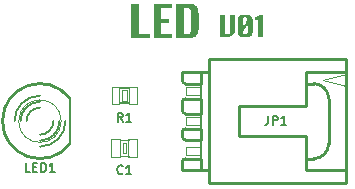
<source format=gto>
G04 (created by PCBNEW (2013-07-07 BZR 4022)-stable) date 2015/2/26 10:28:25*
%MOIN*%
G04 Gerber Fmt 3.4, Leading zero omitted, Abs format*
%FSLAX34Y34*%
G01*
G70*
G90*
G04 APERTURE LIST*
%ADD10C,0.00590551*%
%ADD11C,0.0026*%
%ADD12C,0.01*%
%ADD13C,0.005*%
%ADD14C,0.002*%
%ADD15C,0.006*%
%ADD16C,0.0001*%
%ADD17C,0.004*%
%ADD18C,0.008*%
%ADD19C,0.003*%
G04 APERTURE END LIST*
G54D10*
G54D11*
X24559Y-14229D02*
X24559Y-14479D01*
X24559Y-14479D02*
X25059Y-14479D01*
X25059Y-14229D02*
X25059Y-14479D01*
X24559Y-14229D02*
X25059Y-14229D01*
X24559Y-15229D02*
X24559Y-15479D01*
X24559Y-15479D02*
X25059Y-15479D01*
X25059Y-15229D02*
X25059Y-15479D01*
X24559Y-15229D02*
X25059Y-15229D01*
X24559Y-16229D02*
X24559Y-16479D01*
X24559Y-16479D02*
X25059Y-16479D01*
X25059Y-16229D02*
X25059Y-16479D01*
X24559Y-16229D02*
X25059Y-16229D01*
G54D12*
X29871Y-17416D02*
X29871Y-16979D01*
X29871Y-16979D02*
X29871Y-13292D01*
X29871Y-13292D02*
X25309Y-13292D01*
X28559Y-14854D02*
X26309Y-14854D01*
X26309Y-14854D02*
X26309Y-15854D01*
X26309Y-15854D02*
X28559Y-15854D01*
X29871Y-13729D02*
X28559Y-13729D01*
X28559Y-13729D02*
X28559Y-14104D01*
X28559Y-14104D02*
X28559Y-14854D01*
X28559Y-15854D02*
X28559Y-16604D01*
X28559Y-16604D02*
X28559Y-16979D01*
X28559Y-16979D02*
X29871Y-16979D01*
X28559Y-14104D02*
X28809Y-14104D01*
X29309Y-14604D02*
X29309Y-16104D01*
X28809Y-16604D02*
X28559Y-16604D01*
X25309Y-13292D02*
X25309Y-17416D01*
X25309Y-17416D02*
X29871Y-17416D01*
X25309Y-13729D02*
X25059Y-13729D01*
X25059Y-13729D02*
X24434Y-13729D01*
X25059Y-13729D02*
X25059Y-14104D01*
G54D13*
X25059Y-14104D02*
X25059Y-14604D01*
G54D12*
X25059Y-14604D02*
X25059Y-15104D01*
G54D13*
X25059Y-15104D02*
X25059Y-15604D01*
G54D12*
X25059Y-15604D02*
X25059Y-15979D01*
X25059Y-14104D02*
X24534Y-14104D01*
X24434Y-14004D02*
X24434Y-13729D01*
X25059Y-14604D02*
X24534Y-14604D01*
X25059Y-15104D02*
X24534Y-15104D01*
X24434Y-15004D02*
X24434Y-14704D01*
X25059Y-15604D02*
X24534Y-15604D01*
X24434Y-15704D02*
X24434Y-15879D01*
X24534Y-15979D02*
X25059Y-15979D01*
X24434Y-16979D02*
X25059Y-16979D01*
X25059Y-16979D02*
X25309Y-16979D01*
G54D13*
X25059Y-15979D02*
X25059Y-16604D01*
G54D12*
X25059Y-16604D02*
X25059Y-16979D01*
X25059Y-16604D02*
X24534Y-16604D01*
X24434Y-16704D02*
X24434Y-16979D01*
G54D14*
X29871Y-13792D02*
X29121Y-13980D01*
X29121Y-13980D02*
X29871Y-14167D01*
X29871Y-14167D02*
X29871Y-13792D01*
G54D12*
X29309Y-14604D02*
G75*
G03X28809Y-14104I-500J0D01*
G74*
G01*
X28809Y-16604D02*
G75*
G03X29309Y-16104I0J500D01*
G74*
G01*
X24434Y-14004D02*
G75*
G03X24534Y-14104I100J0D01*
G74*
G01*
X24534Y-14604D02*
G75*
G03X24434Y-14704I0J-100D01*
G74*
G01*
X24434Y-15004D02*
G75*
G03X24534Y-15104I100J0D01*
G74*
G01*
X24534Y-15604D02*
G75*
G03X24434Y-15704I0J-100D01*
G74*
G01*
X24434Y-15879D02*
G75*
G03X24534Y-15979I100J0D01*
G74*
G01*
X24534Y-16604D02*
G75*
G03X24434Y-16704I0J-100D01*
G74*
G01*
G54D11*
X22660Y-14775D02*
X22915Y-14775D01*
X22915Y-14775D02*
X22915Y-14224D01*
X22660Y-14224D02*
X22915Y-14224D01*
X22660Y-14775D02*
X22660Y-14224D01*
X22080Y-14775D02*
X22336Y-14775D01*
X22336Y-14775D02*
X22336Y-14224D01*
X22080Y-14224D02*
X22336Y-14224D01*
X22080Y-14775D02*
X22080Y-14224D01*
X22422Y-14696D02*
X22578Y-14696D01*
X22578Y-14696D02*
X22578Y-14304D01*
X22422Y-14304D02*
X22578Y-14304D01*
X22422Y-14696D02*
X22422Y-14304D01*
G54D15*
X22339Y-14250D02*
X22661Y-14250D01*
X22339Y-14750D02*
X22661Y-14750D01*
G54D16*
G36*
X23352Y-12575D02*
X22727Y-12575D01*
X22727Y-11450D01*
X22977Y-11450D01*
X22977Y-12449D01*
X23352Y-12449D01*
X23352Y-12575D01*
X23352Y-12575D01*
X23352Y-12575D01*
G37*
G36*
X24099Y-11450D02*
X24098Y-11513D01*
X24096Y-11575D01*
X23909Y-11575D01*
X23723Y-11575D01*
X23723Y-11763D01*
X23723Y-11950D01*
X23848Y-11950D01*
X23972Y-11950D01*
X23972Y-12013D01*
X23972Y-12075D01*
X23848Y-12075D01*
X23723Y-12075D01*
X23723Y-12262D01*
X23723Y-12449D01*
X23909Y-12449D01*
X24097Y-12449D01*
X24097Y-12512D01*
X24097Y-12575D01*
X23785Y-12575D01*
X23473Y-12575D01*
X23473Y-12013D01*
X23473Y-11450D01*
X23787Y-11450D01*
X24099Y-11450D01*
X24099Y-11450D01*
X24099Y-11450D01*
G37*
G36*
X24971Y-12013D02*
X24971Y-12082D01*
X24971Y-12141D01*
X24971Y-12192D01*
X24971Y-12234D01*
X24971Y-12270D01*
X24970Y-12300D01*
X24970Y-12324D01*
X24969Y-12343D01*
X24968Y-12359D01*
X24967Y-12371D01*
X24966Y-12380D01*
X24965Y-12388D01*
X24963Y-12395D01*
X24962Y-12399D01*
X24954Y-12420D01*
X24943Y-12443D01*
X24936Y-12454D01*
X24920Y-12475D01*
X24900Y-12498D01*
X24876Y-12519D01*
X24854Y-12537D01*
X24834Y-12549D01*
X24823Y-12554D01*
X24813Y-12559D01*
X24802Y-12563D01*
X24790Y-12566D01*
X24776Y-12568D01*
X24760Y-12570D01*
X24739Y-12572D01*
X24720Y-12572D01*
X24720Y-12152D01*
X24720Y-12082D01*
X24720Y-12003D01*
X24720Y-12002D01*
X24719Y-11663D01*
X24705Y-11640D01*
X24690Y-11618D01*
X24673Y-11602D01*
X24652Y-11590D01*
X24627Y-11582D01*
X24594Y-11577D01*
X24554Y-11575D01*
X24540Y-11575D01*
X24471Y-11575D01*
X24471Y-12013D01*
X24471Y-12450D01*
X24550Y-12449D01*
X24580Y-12448D01*
X24603Y-12447D01*
X24619Y-12446D01*
X24631Y-12443D01*
X24641Y-12440D01*
X24651Y-12436D01*
X24654Y-12434D01*
X24678Y-12417D01*
X24699Y-12394D01*
X24713Y-12369D01*
X24716Y-12359D01*
X24717Y-12350D01*
X24718Y-12330D01*
X24719Y-12300D01*
X24720Y-12260D01*
X24720Y-12211D01*
X24720Y-12152D01*
X24720Y-12572D01*
X24714Y-12573D01*
X24683Y-12573D01*
X24646Y-12574D01*
X24601Y-12574D01*
X24548Y-12574D01*
X24490Y-12574D01*
X24221Y-12575D01*
X24221Y-12013D01*
X24221Y-11450D01*
X24495Y-11450D01*
X24769Y-11450D01*
X24802Y-11463D01*
X24837Y-11478D01*
X24868Y-11498D01*
X24898Y-11524D01*
X24904Y-11530D01*
X24927Y-11556D01*
X24943Y-11581D01*
X24956Y-11609D01*
X24961Y-11625D01*
X24963Y-11631D01*
X24965Y-11638D01*
X24966Y-11646D01*
X24967Y-11655D01*
X24968Y-11668D01*
X24969Y-11683D01*
X24970Y-11702D01*
X24970Y-11727D01*
X24971Y-11757D01*
X24971Y-11793D01*
X24971Y-11836D01*
X24971Y-11887D01*
X24971Y-11946D01*
X24971Y-12013D01*
X24971Y-12013D01*
X24971Y-12013D01*
G37*
G54D11*
X22929Y-15965D02*
X22634Y-15965D01*
X22634Y-15965D02*
X22634Y-16535D01*
X22929Y-16535D02*
X22634Y-16535D01*
X22929Y-15965D02*
X22929Y-16535D01*
X22360Y-15965D02*
X22065Y-15965D01*
X22065Y-15965D02*
X22065Y-16535D01*
X22360Y-16535D02*
X22065Y-16535D01*
X22360Y-15965D02*
X22360Y-16535D01*
X22539Y-16093D02*
X22461Y-16093D01*
X22461Y-16093D02*
X22461Y-16407D01*
X22539Y-16407D02*
X22461Y-16407D01*
X22539Y-16093D02*
X22539Y-16407D01*
G54D17*
X22650Y-16509D02*
X22350Y-16509D01*
X22640Y-15991D02*
X22350Y-15991D01*
G54D18*
X20685Y-16104D02*
X20685Y-14604D01*
G54D19*
X20392Y-15354D02*
G75*
G03X20392Y-15354I-707J0D01*
G74*
G01*
G54D12*
X20684Y-14603D02*
G75*
G03X20684Y-16104I-999J-750D01*
G74*
G01*
G54D15*
X19685Y-14904D02*
G75*
G03X19235Y-15354I0J-450D01*
G74*
G01*
X19685Y-15804D02*
G75*
G03X20135Y-15354I0J450D01*
G74*
G01*
X19685Y-14704D02*
G75*
G03X19035Y-15354I0J-650D01*
G74*
G01*
X19685Y-16004D02*
G75*
G03X20335Y-15354I0J650D01*
G74*
G01*
X19685Y-14504D02*
G75*
G03X18835Y-15354I0J-850D01*
G74*
G01*
X19685Y-16204D02*
G75*
G03X20535Y-15354I0J850D01*
G74*
G01*
G54D16*
G36*
X26196Y-11800D02*
X26195Y-12061D01*
X26194Y-12110D01*
X26194Y-12153D01*
X26194Y-12190D01*
X26193Y-12222D01*
X26193Y-12249D01*
X26192Y-12272D01*
X26192Y-12292D01*
X26191Y-12307D01*
X26190Y-12320D01*
X26188Y-12331D01*
X26187Y-12341D01*
X26185Y-12349D01*
X26183Y-12356D01*
X26180Y-12363D01*
X26177Y-12370D01*
X26173Y-12378D01*
X26171Y-12382D01*
X26153Y-12414D01*
X26130Y-12445D01*
X26103Y-12474D01*
X26073Y-12498D01*
X26041Y-12519D01*
X26016Y-12530D01*
X26003Y-12535D01*
X25991Y-12539D01*
X25979Y-12542D01*
X25967Y-12544D01*
X25952Y-12546D01*
X25935Y-12548D01*
X25915Y-12549D01*
X25891Y-12549D01*
X25862Y-12549D01*
X25828Y-12549D01*
X25818Y-12550D01*
X25695Y-12550D01*
X25695Y-12175D01*
X25695Y-11800D01*
X25778Y-11800D01*
X25861Y-11800D01*
X25861Y-12134D01*
X25861Y-12467D01*
X25914Y-12466D01*
X25934Y-12465D01*
X25949Y-12464D01*
X25960Y-12464D01*
X25968Y-12462D01*
X25975Y-12460D01*
X25981Y-12457D01*
X25983Y-12456D01*
X25999Y-12445D01*
X26013Y-12430D01*
X26022Y-12413D01*
X26025Y-12407D01*
X26025Y-12401D01*
X26026Y-12389D01*
X26026Y-12370D01*
X26027Y-12344D01*
X26027Y-12312D01*
X26028Y-12275D01*
X26028Y-12231D01*
X26028Y-12181D01*
X26028Y-12125D01*
X26028Y-12098D01*
X26028Y-11800D01*
X26112Y-11800D01*
X26196Y-11800D01*
X26196Y-11800D01*
X26196Y-11800D01*
G37*
G36*
X26774Y-12261D02*
X26774Y-12295D01*
X26773Y-12322D01*
X26773Y-12347D01*
X26773Y-12366D01*
X26773Y-12383D01*
X26772Y-12395D01*
X26772Y-12406D01*
X26771Y-12414D01*
X26770Y-12420D01*
X26769Y-12425D01*
X26768Y-12430D01*
X26767Y-12432D01*
X26760Y-12453D01*
X26750Y-12471D01*
X26737Y-12488D01*
X26721Y-12503D01*
X26695Y-12525D01*
X26667Y-12539D01*
X26647Y-12546D01*
X26638Y-12547D01*
X26625Y-12548D01*
X26607Y-12548D01*
X26607Y-12192D01*
X26607Y-12168D01*
X26607Y-12149D01*
X26606Y-12135D01*
X26606Y-12124D01*
X26606Y-12118D01*
X26605Y-12114D01*
X26604Y-12112D01*
X26604Y-12112D01*
X26604Y-11949D01*
X26602Y-11942D01*
X26597Y-11931D01*
X26591Y-11919D01*
X26584Y-11910D01*
X26582Y-11908D01*
X26567Y-11895D01*
X26548Y-11888D01*
X26525Y-11886D01*
X26504Y-11888D01*
X26486Y-11894D01*
X26469Y-11906D01*
X26465Y-11911D01*
X26459Y-11916D01*
X26455Y-11921D01*
X26452Y-11925D01*
X26449Y-11931D01*
X26447Y-11938D01*
X26445Y-11947D01*
X26444Y-11959D01*
X26443Y-11974D01*
X26442Y-11993D01*
X26442Y-12016D01*
X26441Y-12045D01*
X26441Y-12079D01*
X26441Y-12097D01*
X26440Y-12249D01*
X26522Y-12102D01*
X26538Y-12073D01*
X26553Y-12046D01*
X26566Y-12021D01*
X26578Y-11999D01*
X26588Y-11980D01*
X26596Y-11965D01*
X26601Y-11955D01*
X26604Y-11950D01*
X26604Y-11949D01*
X26604Y-12112D01*
X26603Y-12113D01*
X26602Y-12114D01*
X26601Y-12115D01*
X26598Y-12120D01*
X26593Y-12130D01*
X26584Y-12145D01*
X26574Y-12164D01*
X26561Y-12186D01*
X26548Y-12210D01*
X26533Y-12237D01*
X26519Y-12262D01*
X26443Y-12397D01*
X26448Y-12414D01*
X26457Y-12433D01*
X26471Y-12448D01*
X26489Y-12459D01*
X26509Y-12465D01*
X26531Y-12465D01*
X26548Y-12462D01*
X26569Y-12452D01*
X26586Y-12437D01*
X26596Y-12423D01*
X26605Y-12408D01*
X26606Y-12257D01*
X26606Y-12221D01*
X26607Y-12192D01*
X26607Y-12548D01*
X26607Y-12549D01*
X26585Y-12549D01*
X26560Y-12549D01*
X26535Y-12549D01*
X26508Y-12549D01*
X26483Y-12549D01*
X26458Y-12548D01*
X26437Y-12548D01*
X26419Y-12547D01*
X26405Y-12546D01*
X26398Y-12545D01*
X26398Y-12545D01*
X26369Y-12534D01*
X26343Y-12517D01*
X26319Y-12495D01*
X26300Y-12470D01*
X26289Y-12451D01*
X26276Y-12425D01*
X26276Y-12175D01*
X26276Y-11925D01*
X26289Y-11899D01*
X26306Y-11870D01*
X26329Y-11845D01*
X26356Y-11824D01*
X26387Y-11808D01*
X26395Y-11806D01*
X26400Y-11804D01*
X26406Y-11803D01*
X26414Y-11802D01*
X26426Y-11802D01*
X26442Y-11801D01*
X26462Y-11801D01*
X26487Y-11801D01*
X26518Y-11800D01*
X26524Y-11800D01*
X26555Y-11800D01*
X26580Y-11801D01*
X26600Y-11801D01*
X26616Y-11801D01*
X26628Y-11801D01*
X26637Y-11802D01*
X26644Y-11803D01*
X26650Y-11804D01*
X26655Y-11806D01*
X26661Y-11808D01*
X26681Y-11816D01*
X26696Y-11825D01*
X26711Y-11837D01*
X26723Y-11848D01*
X26742Y-11869D01*
X26756Y-11890D01*
X26766Y-11913D01*
X26767Y-11917D01*
X26768Y-11921D01*
X26769Y-11925D01*
X26770Y-11931D01*
X26771Y-11937D01*
X26772Y-11946D01*
X26772Y-11956D01*
X26773Y-11969D01*
X26773Y-11986D01*
X26773Y-12006D01*
X26774Y-12030D01*
X26774Y-12059D01*
X26774Y-12094D01*
X26774Y-12134D01*
X26774Y-12175D01*
X26774Y-12221D01*
X26774Y-12261D01*
X26774Y-12261D01*
X26774Y-12261D01*
G37*
G36*
X27106Y-12550D02*
X27023Y-12550D01*
X26939Y-12550D01*
X26939Y-12259D01*
X26939Y-11967D01*
X26896Y-11967D01*
X26853Y-11967D01*
X26853Y-11926D01*
X26853Y-11885D01*
X26938Y-11843D01*
X27022Y-11800D01*
X27064Y-11800D01*
X27106Y-11800D01*
X27106Y-12175D01*
X27106Y-12550D01*
X27106Y-12550D01*
X27106Y-12550D01*
G37*
G54D13*
X27300Y-15171D02*
X27300Y-15385D01*
X27285Y-15428D01*
X27257Y-15457D01*
X27214Y-15471D01*
X27185Y-15471D01*
X27442Y-15471D02*
X27442Y-15171D01*
X27557Y-15171D01*
X27585Y-15185D01*
X27600Y-15200D01*
X27614Y-15228D01*
X27614Y-15271D01*
X27600Y-15300D01*
X27585Y-15314D01*
X27557Y-15328D01*
X27442Y-15328D01*
X27900Y-15471D02*
X27728Y-15471D01*
X27814Y-15471D02*
X27814Y-15171D01*
X27785Y-15214D01*
X27757Y-15242D01*
X27728Y-15257D01*
X22450Y-15371D02*
X22350Y-15228D01*
X22278Y-15371D02*
X22278Y-15071D01*
X22392Y-15071D01*
X22421Y-15085D01*
X22435Y-15100D01*
X22450Y-15128D01*
X22450Y-15171D01*
X22435Y-15200D01*
X22421Y-15214D01*
X22392Y-15228D01*
X22278Y-15228D01*
X22735Y-15371D02*
X22564Y-15371D01*
X22650Y-15371D02*
X22650Y-15071D01*
X22621Y-15114D01*
X22592Y-15142D01*
X22564Y-15157D01*
X22450Y-17092D02*
X22435Y-17107D01*
X22392Y-17121D01*
X22364Y-17121D01*
X22321Y-17107D01*
X22292Y-17078D01*
X22278Y-17050D01*
X22264Y-16992D01*
X22264Y-16950D01*
X22278Y-16892D01*
X22292Y-16864D01*
X22321Y-16835D01*
X22364Y-16821D01*
X22392Y-16821D01*
X22435Y-16835D01*
X22450Y-16850D01*
X22735Y-17121D02*
X22564Y-17121D01*
X22650Y-17121D02*
X22650Y-16821D01*
X22621Y-16864D01*
X22592Y-16892D01*
X22564Y-16907D01*
X19349Y-17050D02*
X19206Y-17050D01*
X19206Y-16750D01*
X19449Y-16893D02*
X19549Y-16893D01*
X19592Y-17050D02*
X19449Y-17050D01*
X19449Y-16750D01*
X19592Y-16750D01*
X19720Y-17050D02*
X19720Y-16750D01*
X19792Y-16750D01*
X19835Y-16764D01*
X19863Y-16793D01*
X19877Y-16821D01*
X19892Y-16879D01*
X19892Y-16921D01*
X19877Y-16979D01*
X19863Y-17007D01*
X19835Y-17036D01*
X19792Y-17050D01*
X19720Y-17050D01*
X20177Y-17050D02*
X20006Y-17050D01*
X20092Y-17050D02*
X20092Y-16750D01*
X20063Y-16793D01*
X20035Y-16821D01*
X20006Y-16836D01*
M02*

</source>
